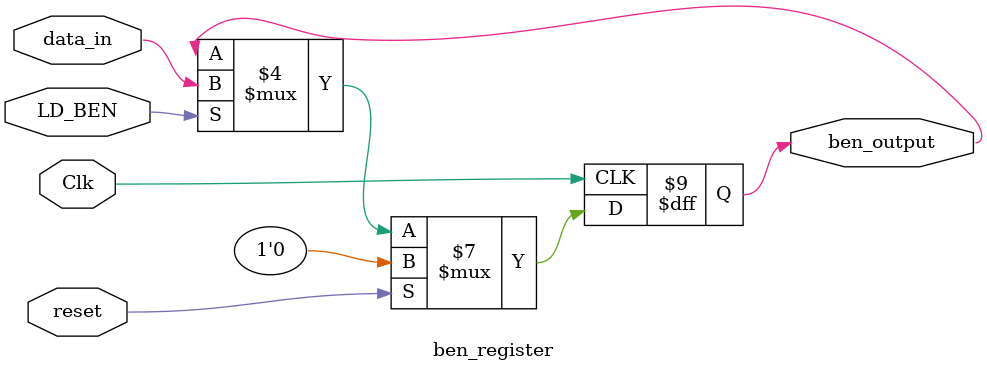
<source format=sv>
module ben(input logic Clk,
			              reset,
							  LD_BEN,
							  LD_CC,
			  input logic[2:0] IR_11_9,
			  input logic[15:0] ben_input,
			  output logic ben_output
			  );
			  
logic [2:0] logic_low_output;
logic [2:0] nzp;
logic	logic_up_output;	  
			  
logic_low logic_low_module(.*);
nzp nzp_module(.*);
logic_up logic_up_module(.*);
ben_register ben_register_module(.*, .data_in(logic_up_output));
			  
endmodule
			  
			  
module logic_low(input logic [15:0] ben_input,
					  output logic [2:0] logic_low_output
						);
//set destination register
		always_comb
		    begin
				if(ben_input[15] == 1'b1)
					logic_low_output = 3'b100;//set NZP = 100
				else if(ben_input == 16'h0000)
					logic_low_output = 3'b010;//set NZP = 010
				else
					logic_low_output = 3'b001;//set NZP = 001
			 end
			 
endmodule

module nzp( input logic Clk, 
								reset, 
								LD_CC,
				input logic[2:0] logic_low_output,
				output logic[2:0] nzp
				);
	always_ff @ (posedge Clk)
		begin
			if(reset == 1'b1)
				nzp <= 3'b0;
			else if(LD_CC)
				nzp <= logic_low_output;
		end
endmodule

module logic_up(input logic[2:0] nzp,
					 input logic[2:0] IR_11_9,
					 output logic logic_up_output

);
	always_comb
		begin
			logic_up_output = (nzp[2]&IR_11_9[2])|(nzp[1]&IR_11_9[1] | (nzp[0]&IR_11_9[0]));
		end
endmodule

			  
module ben_register(input logic Clk,
				 input logic reset,
				 input logic LD_BEN,
             input logic data_in,
				 output logic ben_output);
			
always_ff @ (posedge Clk)
begin 
	if(reset == 1'b1)
	   ben_output <= 1'b0;
	else if(LD_BEN == 1'b1)
		ben_output <= data_in;

end
endmodule

</source>
